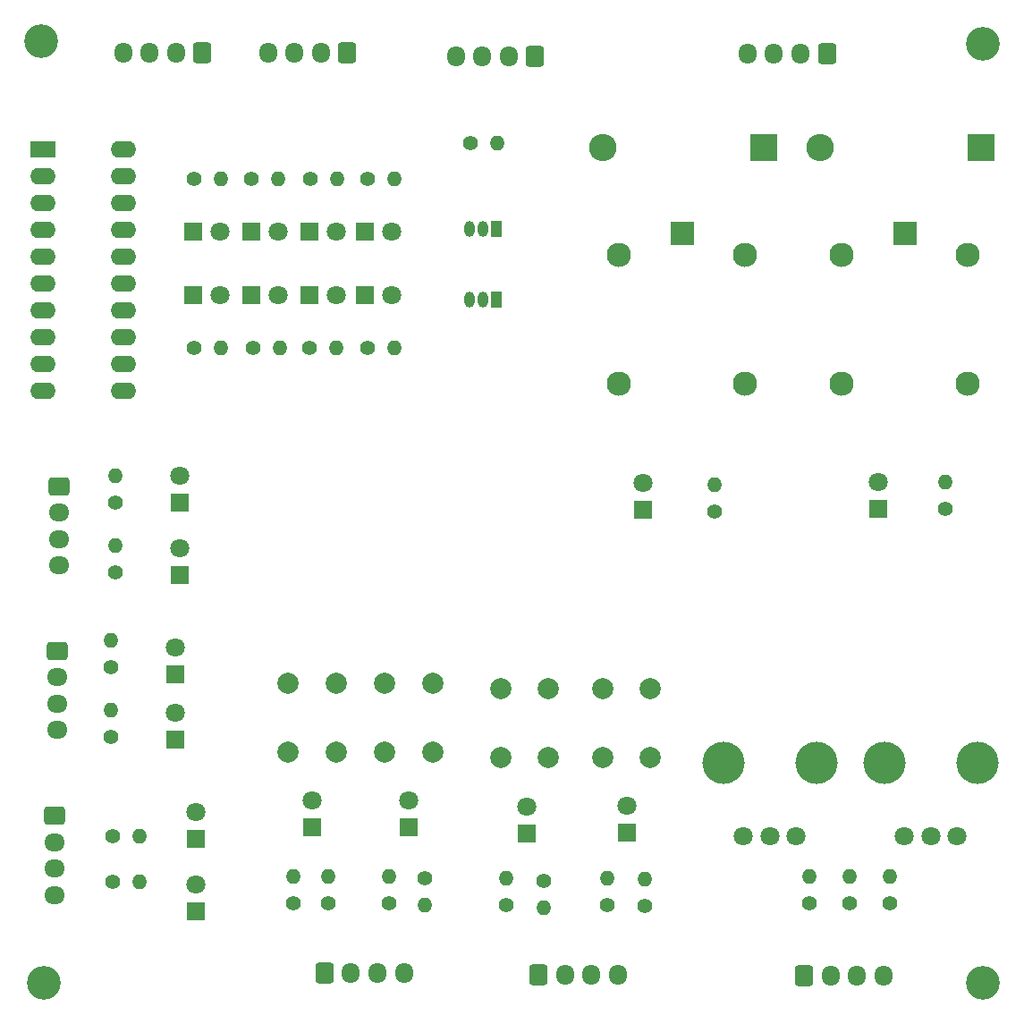
<source format=gbr>
%TF.GenerationSoftware,KiCad,Pcbnew,(6.0.2)*%
%TF.CreationDate,2022-11-07T20:40:14+00:00*%
%TF.ProjectId,testing_board,74657374-696e-4675-9f62-6f6172642e6b,rev?*%
%TF.SameCoordinates,Original*%
%TF.FileFunction,Soldermask,Bot*%
%TF.FilePolarity,Negative*%
%FSLAX46Y46*%
G04 Gerber Fmt 4.6, Leading zero omitted, Abs format (unit mm)*
G04 Created by KiCad (PCBNEW (6.0.2)) date 2022-11-07 20:40:14*
%MOMM*%
%LPD*%
G01*
G04 APERTURE LIST*
G04 Aperture macros list*
%AMRoundRect*
0 Rectangle with rounded corners*
0 $1 Rounding radius*
0 $2 $3 $4 $5 $6 $7 $8 $9 X,Y pos of 4 corners*
0 Add a 4 corners polygon primitive as box body*
4,1,4,$2,$3,$4,$5,$6,$7,$8,$9,$2,$3,0*
0 Add four circle primitives for the rounded corners*
1,1,$1+$1,$2,$3*
1,1,$1+$1,$4,$5*
1,1,$1+$1,$6,$7*
1,1,$1+$1,$8,$9*
0 Add four rect primitives between the rounded corners*
20,1,$1+$1,$2,$3,$4,$5,0*
20,1,$1+$1,$4,$5,$6,$7,0*
20,1,$1+$1,$6,$7,$8,$9,0*
20,1,$1+$1,$8,$9,$2,$3,0*%
G04 Aperture macros list end*
%ADD10R,1.800000X1.800000*%
%ADD11C,1.800000*%
%ADD12RoundRect,0.250000X-0.600000X-0.725000X0.600000X-0.725000X0.600000X0.725000X-0.600000X0.725000X0*%
%ADD13O,1.700000X1.950000*%
%ADD14RoundRect,0.250000X-0.725000X0.600000X-0.725000X-0.600000X0.725000X-0.600000X0.725000X0.600000X0*%
%ADD15O,1.950000X1.700000*%
%ADD16C,1.400000*%
%ADD17O,1.400000X1.400000*%
%ADD18C,4.000000*%
%ADD19C,2.000000*%
%ADD20R,1.000000X1.500000*%
%ADD21O,1.000000X1.500000*%
%ADD22RoundRect,0.250000X0.600000X0.725000X-0.600000X0.725000X-0.600000X-0.725000X0.600000X-0.725000X0*%
%ADD23R,2.300000X2.300000*%
%ADD24C,2.300000*%
%ADD25R,2.400000X1.600000*%
%ADD26O,2.400000X1.600000*%
%ADD27R,2.600000X2.600000*%
%ADD28O,2.600000X2.600000*%
%ADD29C,3.200000*%
G04 APERTURE END LIST*
D10*
%TO.C,D1*%
X97099000Y-100076000D03*
D11*
X97099000Y-97536000D03*
%TD*%
D10*
%TO.C,D3*%
X76478000Y-99568000D03*
D11*
X76478000Y-97028000D03*
%TD*%
D10*
%TO.C,D4*%
X54346000Y-85103000D03*
D11*
X54346000Y-82563000D03*
%TD*%
D10*
%TO.C,D5*%
X54346000Y-91254000D03*
D11*
X54346000Y-88714000D03*
%TD*%
D10*
%TO.C,D6*%
X54737000Y-68834000D03*
D11*
X54737000Y-66294000D03*
%TD*%
D10*
%TO.C,D7*%
X54737000Y-75692000D03*
D11*
X54737000Y-73152000D03*
%TD*%
D10*
%TO.C,D8*%
X67334000Y-99568000D03*
D11*
X67334000Y-97028000D03*
%TD*%
D10*
%TO.C,D9*%
X72300000Y-43200000D03*
D11*
X74840000Y-43200000D03*
%TD*%
D10*
%TO.C,D10*%
X67025000Y-43200000D03*
D11*
X69565000Y-43200000D03*
%TD*%
D10*
%TO.C,D11*%
X61525000Y-43200000D03*
D11*
X64065000Y-43200000D03*
%TD*%
D10*
%TO.C,D12*%
X56050000Y-43200000D03*
D11*
X58590000Y-43200000D03*
%TD*%
D10*
%TO.C,D13*%
X56250000Y-100642000D03*
D11*
X56250000Y-98102000D03*
%TD*%
D10*
%TO.C,D14*%
X56250000Y-107525000D03*
D11*
X56250000Y-104985000D03*
%TD*%
D10*
%TO.C,D15*%
X72275000Y-49200000D03*
D11*
X74815000Y-49200000D03*
%TD*%
D10*
%TO.C,D16*%
X67025000Y-49200000D03*
D11*
X69565000Y-49200000D03*
%TD*%
D10*
%TO.C,D17*%
X61525000Y-49200000D03*
D11*
X64065000Y-49200000D03*
%TD*%
D10*
%TO.C,D18*%
X56025000Y-49200000D03*
D11*
X58565000Y-49200000D03*
%TD*%
D12*
%TO.C,J1*%
X88717000Y-113538000D03*
D13*
X91217000Y-113538000D03*
X93717000Y-113538000D03*
X96217000Y-113538000D03*
%TD*%
D12*
%TO.C,J2*%
X68477000Y-113411000D03*
D13*
X70977000Y-113411000D03*
X73477000Y-113411000D03*
X75977000Y-113411000D03*
%TD*%
D14*
%TO.C,J3*%
X43170000Y-82872000D03*
D15*
X43170000Y-85372000D03*
X43170000Y-87872000D03*
X43170000Y-90372000D03*
%TD*%
D14*
%TO.C,J4*%
X43307000Y-67310000D03*
D15*
X43307000Y-69810000D03*
X43307000Y-72310000D03*
X43307000Y-74810000D03*
%TD*%
D12*
%TO.C,J5*%
X113869999Y-113657999D03*
D13*
X116369999Y-113657999D03*
X118869999Y-113657999D03*
X121369999Y-113657999D03*
%TD*%
D16*
%TO.C,R1*%
X98750000Y-107061000D03*
D17*
X98750000Y-104521000D03*
%TD*%
D16*
%TO.C,R2*%
X89225000Y-104648000D03*
D17*
X89225000Y-107188000D03*
%TD*%
D16*
%TO.C,R3*%
X78002000Y-104394000D03*
D17*
X78002000Y-106934000D03*
%TD*%
D16*
%TO.C,R4*%
X48250000Y-84396000D03*
D17*
X48250000Y-81856000D03*
%TD*%
D16*
%TO.C,R5*%
X48250000Y-91000000D03*
D17*
X48250000Y-88460000D03*
%TD*%
D16*
%TO.C,R6*%
X48641000Y-68834000D03*
D17*
X48641000Y-66294000D03*
%TD*%
D16*
%TO.C,R7*%
X48641000Y-75438000D03*
D17*
X48641000Y-72898000D03*
%TD*%
D16*
%TO.C,R8*%
X95194000Y-106934000D03*
D17*
X95194000Y-104394000D03*
%TD*%
D16*
%TO.C,R9*%
X74573000Y-106807000D03*
D17*
X74573000Y-104267000D03*
%TD*%
D16*
%TO.C,R10*%
X65556000Y-106807000D03*
D17*
X65556000Y-104267000D03*
%TD*%
D16*
%TO.C,R11*%
X68858000Y-106807000D03*
D17*
X68858000Y-104267000D03*
%TD*%
D16*
%TO.C,R12*%
X85669000Y-106934000D03*
D17*
X85669000Y-104394000D03*
%TD*%
D16*
%TO.C,R13*%
X72530000Y-38200000D03*
D17*
X75070000Y-38200000D03*
%TD*%
D16*
%TO.C,R14*%
X67130000Y-38200000D03*
D17*
X69670000Y-38200000D03*
%TD*%
D16*
%TO.C,R15*%
X61530000Y-38200000D03*
D17*
X64070000Y-38200000D03*
%TD*%
D16*
%TO.C,R16*%
X56130000Y-38200000D03*
D17*
X58670000Y-38200000D03*
%TD*%
D16*
%TO.C,R17*%
X118187999Y-106799999D03*
D17*
X118187999Y-104259999D03*
%TD*%
D16*
%TO.C,R18*%
X82249000Y-34775000D03*
D17*
X84789000Y-34775000D03*
%TD*%
D16*
%TO.C,R19*%
X114377999Y-106799999D03*
D17*
X114377999Y-104259999D03*
%TD*%
D16*
%TO.C,R20*%
X105356000Y-69654000D03*
D17*
X105356000Y-67114000D03*
%TD*%
D16*
%TO.C,R21*%
X48376000Y-104706000D03*
D17*
X50916000Y-104706000D03*
%TD*%
D16*
%TO.C,R22*%
X72580000Y-54200000D03*
D17*
X75120000Y-54200000D03*
%TD*%
D16*
%TO.C,R23*%
X67080000Y-54200000D03*
D17*
X69620000Y-54200000D03*
%TD*%
D16*
%TO.C,R24*%
X61730000Y-54200000D03*
D17*
X64270000Y-54200000D03*
%TD*%
D16*
%TO.C,R25*%
X56130000Y-54200000D03*
D17*
X58670000Y-54200000D03*
%TD*%
D18*
%TO.C,RV1*%
X121447999Y-93449999D03*
X130247999Y-93449999D03*
D11*
X128347999Y-100449999D03*
X125847999Y-100449999D03*
X123347999Y-100449999D03*
%TD*%
D18*
%TO.C,RV2*%
X106207999Y-93449999D03*
X115007999Y-93449999D03*
D11*
X113107999Y-100449999D03*
X110607999Y-100449999D03*
X108107999Y-100449999D03*
%TD*%
D19*
%TO.C,SW1*%
X94813000Y-92964000D03*
X94813000Y-86464000D03*
X99313000Y-86464000D03*
X99313000Y-92964000D03*
%TD*%
%TO.C,SW2*%
X85161000Y-86464000D03*
X85161000Y-92964000D03*
X89661000Y-92964000D03*
X89661000Y-86464000D03*
%TD*%
%TO.C,SW3*%
X74192000Y-85956000D03*
X74192000Y-92456000D03*
X78692000Y-92456000D03*
X78692000Y-85956000D03*
%TD*%
%TO.C,SW4*%
X65048000Y-92456000D03*
X65048000Y-85956000D03*
X69548000Y-92456000D03*
X69548000Y-85956000D03*
%TD*%
D20*
%TO.C,U1*%
X84739000Y-42900000D03*
D21*
X83469000Y-42900000D03*
X82199000Y-42900000D03*
%TD*%
D20*
%TO.C,U2*%
X84739000Y-49650000D03*
D21*
X83469000Y-49650000D03*
X82199000Y-49650000D03*
%TD*%
D22*
%TO.C,J16*%
X88400000Y-26600000D03*
D13*
X85900000Y-26600000D03*
X83400000Y-26600000D03*
X80900000Y-26600000D03*
%TD*%
D16*
%TO.C,R26*%
X121997999Y-106799999D03*
D17*
X121997999Y-104259999D03*
%TD*%
D10*
%TO.C,D2*%
X87574000Y-100203000D03*
D11*
X87574000Y-97663000D03*
%TD*%
D10*
%TO.C,D21*%
X120850000Y-69400000D03*
D11*
X120850000Y-66860000D03*
%TD*%
D10*
%TO.C,D22*%
X98625000Y-69527000D03*
D11*
X98625000Y-66987000D03*
%TD*%
D22*
%TO.C,J7*%
X56896000Y-26289000D03*
D13*
X54396000Y-26289000D03*
X51896000Y-26289000D03*
X49396000Y-26289000D03*
%TD*%
D22*
%TO.C,J8*%
X70612000Y-26289000D03*
D13*
X68112000Y-26289000D03*
X65612000Y-26289000D03*
X63112000Y-26289000D03*
%TD*%
D22*
%TO.C,J9*%
X116024000Y-26347000D03*
D13*
X113524000Y-26347000D03*
X111024000Y-26347000D03*
X108524000Y-26347000D03*
%TD*%
D16*
%TO.C,R27*%
X48376000Y-100388000D03*
D17*
X50916000Y-100388000D03*
%TD*%
D16*
%TO.C,R28*%
X127200000Y-69400000D03*
D17*
X127200000Y-66860000D03*
%TD*%
D23*
%TO.C,RLY1*%
X123390000Y-43365000D03*
D24*
X117390000Y-45365000D03*
X117390000Y-57565000D03*
X129390000Y-57565000D03*
X129390000Y-45365000D03*
%TD*%
D23*
%TO.C,RLY2*%
X102308000Y-43365000D03*
D24*
X96308000Y-45365000D03*
X96308000Y-57565000D03*
X108308000Y-57565000D03*
X108308000Y-45365000D03*
%TD*%
D25*
%TO.C,U3*%
X41800000Y-35400000D03*
D26*
X41800000Y-37940000D03*
X41800000Y-40480000D03*
X41800000Y-43020000D03*
X41800000Y-45560000D03*
X41800000Y-48100000D03*
X41800000Y-50640000D03*
X41800000Y-53180000D03*
X41800000Y-55720000D03*
X41800000Y-58260000D03*
X49420000Y-58260000D03*
X49420000Y-55720000D03*
X49420000Y-53180000D03*
X49420000Y-50640000D03*
X49420000Y-48100000D03*
X49420000Y-45560000D03*
X49420000Y-43020000D03*
X49420000Y-40480000D03*
X49420000Y-37940000D03*
X49420000Y-35400000D03*
%TD*%
D14*
%TO.C,J6*%
X42915000Y-98483000D03*
D15*
X42915000Y-100983000D03*
X42915000Y-103483000D03*
X42915000Y-105983000D03*
%TD*%
D27*
%TO.C,D19*%
X130629000Y-35237000D03*
D28*
X115389000Y-35237000D03*
%TD*%
D27*
%TO.C,D20*%
X110055000Y-35237000D03*
D28*
X94815000Y-35237000D03*
%TD*%
D29*
%TO.C,H2*%
X130810000Y-25400000D03*
%TD*%
%TO.C,H3*%
X41910000Y-114300000D03*
%TD*%
%TO.C,H4*%
X130810000Y-114300000D03*
%TD*%
%TO.C,H1*%
X41656000Y-25146000D03*
%TD*%
M02*

</source>
